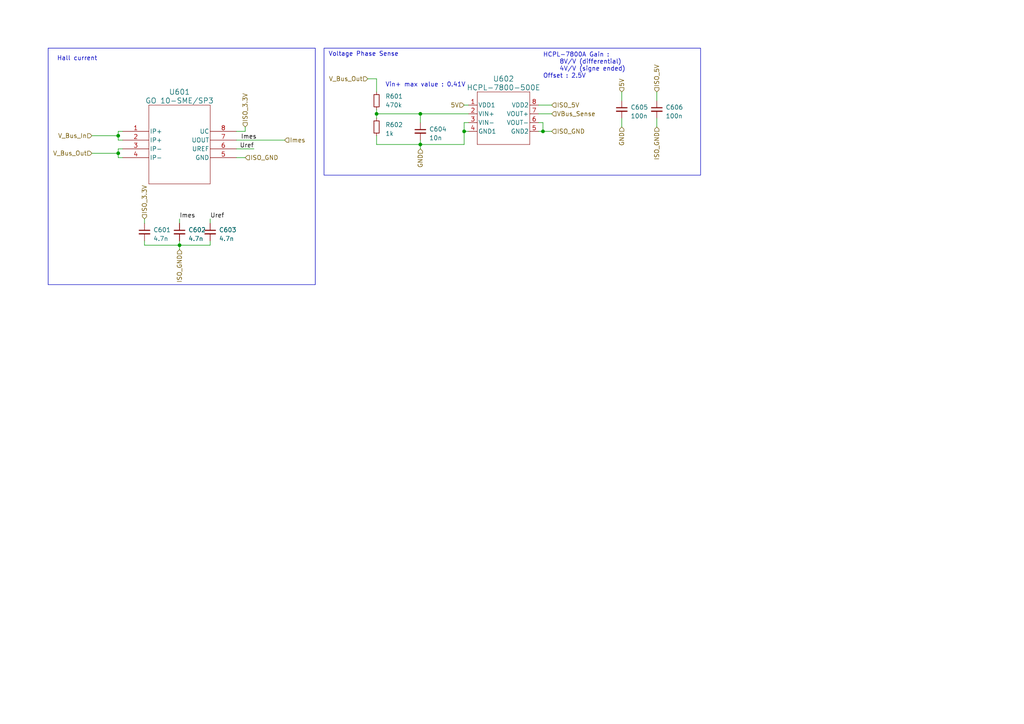
<source format=kicad_sch>
(kicad_sch (version 20250114) (generator "eeschema") (generator_version "9.0")
  (paper "A4")
  (title_block (title "AAP Inverter") (date "2023-05-01") (company "ENSEA"))
  (lib_symbols
    (symbol "Custom:GO_10-SME" (pin_names (offset 0.254))
      (property "Reference" "U" (at 7.62 -12.7 0))
      (property "Value" "GO 10-SME/SP3" (at 0 12.7 0))
      (symbol "GO_10-SME_0_1"
        (polyline (pts (xy -8.89 11.43) (xy -8.89 -11.43)) (stroke (width 0.127)))
        (polyline (pts (xy -8.89 -11.43) (xy 8.89 -11.43)) (stroke (width 0.127)))
        (polyline (pts (xy 8.89 11.43) (xy -8.89 11.43)) (stroke (width 0.127)))
        (polyline (pts (xy 8.89 -11.43) (xy 8.89 11.43)) (stroke (width 0.127)))
        (pin input line (at -16.51 3.81 0) (length 7.62) (name "IP+") (number "1"))
        (pin input line (at -16.51 1.27 0) (length 7.62) (name "IP+") (number "2"))
        (pin power_in line (at 16.51 3.81 180) (length 7.62) (name "UC") (number "8"))
        (pin output line (at 16.51 1.27 180) (length 7.62) (name "UOUT") (number "7"))
      )
      (symbol "GO_10-SME_1_1"
        (pin passive line (at -16.51 -1.27 0) (length 7.62) (name "IP-") (number "3"))
        (pin passive line (at -16.51 -3.81 0) (length 7.62) (name "IP-") (number "4"))
        (pin output line (at 16.51 -1.27 180) (length 7.62) (name "UREF") (number "6"))
        (pin power_in line (at 16.51 -3.81 180) (length 7.62) (name "GND") (number "5"))
      )
    )
    (symbol "Custom:HCPL-7800-500E" (pin_names (offset 0.254))
      (property "Reference" "U" (at 6.35 -8.89 0))
      (property "Value" "HCPL-7800-500E" (at 0 8.89 0))
      (symbol "HCPL-7800-500E_0_1"
        (polyline (pts (xy -7.62 7.62) (xy -7.62 -7.62)) (stroke (width 0.127)))
        (polyline (pts (xy -7.62 -7.62) (xy 7.62 -7.62)) (stroke (width 0.127)))
        (polyline (pts (xy 7.62 7.62) (xy -7.62 7.62)) (stroke (width 0.127)))
        (polyline (pts (xy 7.62 -7.62) (xy 7.62 7.62)) (stroke (width 0.127)))
      )
      (symbol "HCPL-7800-500E_1_1"
        (pin power_in line (at -10.16 3.81 0) (length 2.54) (name "VDD1") (number "1"))
        (pin input line (at -10.16 1.27 0) (length 2.54) (name "VIN+") (number "2"))
        (pin input line (at -10.16 -1.27 0) (length 2.54) (name "VIN-") (number "3"))
        (pin power_in line (at -10.16 -3.81 0) (length 2.54) (name "GND1") (number "4"))
        (pin power_in line (at 10.16 3.81 180) (length 2.54) (name "VDD2") (number "8"))
        (pin passive line (at 10.16 1.27 180) (length 2.54) (name "VOUT+") (number "7"))
        (pin passive line (at 10.16 -1.27 180) (length 2.54) (name "VOUT-") (number "6"))
        (pin power_in line (at 10.16 -3.81 180) (length 2.54) (name "GND2") (number "5"))
      )
    )
    (symbol "Device:C_Small" (pin_numbers (hide yes)) (pin_names (offset 0.254) (hide yes))
      (property "Reference" "C" (at 0.254 1.778 0))
      (property "Value" "C_Small" (at 0.254 -2.032 0))
      (symbol "C_Small_0_1"
        (polyline (pts (xy -1.524 0.508) (xy 1.524 0.508)) (stroke (width 0.3048)))
        (polyline (pts (xy -1.524 -0.508) (xy 1.524 -0.508)) (stroke (width 0.3302)))
      )
      (symbol "C_Small_1_1"
        (pin passive line (at 0 2.54 270) (length 2.032) (name "~") (number "1"))
        (pin passive line (at 0 -2.54 90) (length 2.032) (name "~") (number "2"))
      )
    )
    (symbol "Device:R_Small" (pin_numbers (hide yes)) (pin_names (offset 0.254) (hide yes))
      (property "Reference" "R" (at 0.762 0.508 0))
      (property "Value" "R_Small" (at 0.762 -1.016 0))
      (symbol "R_Small_0_1"
        (rectangle (start -0.762 1.778) (end 0.762 -1.778) (stroke (width 0.2032)))
      )
      (symbol "R_Small_1_1"
        (pin passive line (at 0 2.54 270) (length 0.762) (name "~") (number "1"))
        (pin passive line (at 0 -2.54 90) (length 0.762) (name "~") (number "2"))
      )
    )
  )
  (rectangle (start 93.98 13.97) (end 203.2 50.8))
  (text "HCPL-7800A Gain :\n	8V/V (differential)\n	4V/V (signe ended)\nOffset : 2.5V" (at 157.48 22.86 0) (effects (font (size 1.27 1.27)) (justify left bottom)))
  (text "Hall current" (at 16.51 17.78 0) (effects (font (size 1.27 1.27)) (justify left bottom)))
  (text "Vin+ max value : 0.41V" (at 111.76 25.4 0) (effects (font (size 1.27 1.27)) (justify left bottom)))
  (text "Voltage Phase Sense" (at 95.25 16.51 0) (effects (font (size 1.27 1.27)) (justify left bottom)))
  (junction (at 34.29 44.45))
  (junction (at 134.62 38.1))
  (junction (at 109.22 33.02))
  (junction (at 157.48 38.1))
  (junction (at 52.07 71.12))
  (junction (at 34.29 39.37))
  (junction (at 121.92 33.02))
  (junction (at 121.92 41.91))
  (wire (pts (xy 34.29 44.45) (xy 34.29 45.72)))
  (wire (pts (xy 109.22 22.86) (xy 109.22 26.67)))
  (wire (pts (xy 52.07 63.5) (xy 52.07 64.77)))
  (polyline (pts (xy 13.97 13.97) (xy 13.97 82.55)))
  (wire (pts (xy 109.22 39.37) (xy 109.22 41.91)))
  (wire (pts (xy 34.29 45.72) (xy 35.56 45.72)))
  (polyline (pts (xy 91.44 13.97) (xy 91.44 82.55)))
  (wire (pts (xy 60.96 63.5) (xy 60.96 64.77)))
  (wire (pts (xy 68.58 40.64) (xy 82.55 40.64)))
  (wire (pts (xy 121.92 33.02) (xy 135.89 33.02)))
  (wire (pts (xy 52.07 71.12) (xy 52.07 72.39)))
  (wire (pts (xy 60.96 69.85) (xy 60.96 71.12)))
  (wire (pts (xy 68.58 38.1) (xy 71.12 38.1)))
  (wire (pts (xy 121.92 41.91) (xy 121.92 43.18)))
  (wire (pts (xy 34.29 39.37) (xy 34.29 40.64)))
  (wire (pts (xy 190.5 26.67) (xy 190.5 29.21)))
  (wire (pts (xy 157.48 35.56) (xy 157.48 38.1)))
  (wire (pts (xy 121.92 41.91) (xy 134.62 41.91)))
  (wire (pts (xy 26.67 39.37) (xy 34.29 39.37)))
  (wire (pts (xy 156.21 35.56) (xy 157.48 35.56)))
  (wire (pts (xy 180.34 34.29) (xy 180.34 36.83)))
  (wire (pts (xy 156.21 38.1) (xy 157.48 38.1)))
  (wire (pts (xy 52.07 71.12) (xy 60.96 71.12)))
  (wire (pts (xy 26.67 44.45) (xy 34.29 44.45)))
  (wire (pts (xy 134.62 38.1) (xy 135.89 38.1)))
  (wire (pts (xy 109.22 31.75) (xy 109.22 33.02)))
  (wire (pts (xy 190.5 36.83) (xy 190.5 34.29)))
  (wire (pts (xy 180.34 26.67) (xy 180.34 29.21)))
  (wire (pts (xy 134.62 41.91) (xy 134.62 38.1)))
  (wire (pts (xy 160.02 30.48) (xy 156.21 30.48)))
  (wire (pts (xy 135.89 35.56) (xy 134.62 35.56)))
  (wire (pts (xy 41.91 69.85) (xy 41.91 71.12)))
  (polyline (pts (xy 13.97 13.97) (xy 91.44 13.97)))
  (wire (pts (xy 34.29 38.1) (xy 35.56 38.1)))
  (wire (pts (xy 41.91 63.5) (xy 41.91 64.77)))
  (wire (pts (xy 34.29 43.18) (xy 35.56 43.18)))
  (wire (pts (xy 135.89 30.48) (xy 134.62 30.48)))
  (wire (pts (xy 68.58 45.72) (xy 71.12 45.72)))
  (polyline (pts (xy 91.44 82.55) (xy 13.97 82.55)))
  (wire (pts (xy 34.29 44.45) (xy 34.29 43.18)))
  (wire (pts (xy 106.68 22.86) (xy 109.22 22.86)))
  (wire (pts (xy 121.92 40.64) (xy 121.92 41.91)))
  (wire (pts (xy 68.58 43.18) (xy 73.66 43.18)))
  (wire (pts (xy 109.22 33.02) (xy 109.22 34.29)))
  (wire (pts (xy 134.62 35.56) (xy 134.62 38.1)))
  (wire (pts (xy 35.56 40.64) (xy 34.29 40.64)))
  (wire (pts (xy 156.21 33.02) (xy 160.02 33.02)))
  (wire (pts (xy 109.22 41.91) (xy 121.92 41.91)))
  (wire (pts (xy 34.29 38.1) (xy 34.29 39.37)))
  (wire (pts (xy 157.48 38.1) (xy 160.02 38.1)))
  (wire (pts (xy 121.92 35.56) (xy 121.92 33.02)))
  (wire (pts (xy 52.07 69.85) (xy 52.07 71.12)))
  (wire (pts (xy 41.91 71.12) (xy 52.07 71.12)))
  (wire (pts (xy 71.12 38.1) (xy 71.12 36.83)))
  (wire (pts (xy 109.22 33.02) (xy 121.92 33.02)))
  (label "Imes" (at 69.85 40.64 0))
  (label "Uref" (at 60.96 63.5 0))
  (label "Imes" (at 52.07 63.5 0))
  (label "Uref" (at 73.66 43.18 180))
  (hierarchical_label "V_Bus_Out" (shape input) (at 106.68 22.86 180))
  (hierarchical_label "ISO_GND" (shape input) (at 190.5 36.83 270))
  (hierarchical_label "ISO_GND" (shape input) (at 52.07 72.39 270))
  (hierarchical_label "ISO_5V" (shape input) (at 160.02 30.48 0))
  (hierarchical_label "5V" (shape input) (at 180.34 26.67 90))
  (hierarchical_label "GND" (shape input) (at 180.34 36.83 270))
  (hierarchical_label "ISO_GND" (shape input) (at 71.12 45.72 0))
  (hierarchical_label "ISO_5V" (shape input) (at 190.5 26.67 90))
  (hierarchical_label "GND" (shape input) (at 121.92 43.18 270))
  (hierarchical_label "V_Bus_In" (shape input) (at 26.67 39.37 180))
  (hierarchical_label "ISO_3.3V" (shape input) (at 71.12 36.83 90))
  (hierarchical_label "5V" (shape input) (at 134.62 30.48 180))
  (hierarchical_label "ISO_GND" (shape input) (at 160.02 38.1 0))
  (hierarchical_label "ISO_3.3V" (shape input) (at 41.91 63.5 90))
  (hierarchical_label "VBus_Sense" (shape input) (at 160.02 33.02 0))
  (hierarchical_label "Imes" (shape input) (at 82.55 40.64 0))
  (hierarchical_label "V_Bus_Out" (shape input) (at 26.67 44.45 180))
  (symbol (lib_id "Device:C_Small") (at 121.92 38.1 0) (unit 1)
    (property "Reference" "C604" (at 124.46 37.4713 0) (effects (justify left)))
    (property "Value" "10n" (at 124.46 40.0113 0) (effects (justify left)))
    (property "Footprint" "Capacitor_SMD:C_0402_1005Metric" (effects (hide yes)))
    (property "Fournisseur" "Wurth" (effects (hide yes)))
    (property "MFR" "885 012 205 050" (effects (hide yes)))
  )
  (symbol (lib_id "Device:C_Small") (at 60.96 67.31 0) (unit 1)
    (property "Reference" "C603" (at 63.5 66.6813 0) (effects (justify left)))
    (property "Value" "4.7n" (at 63.5 69.2213 0) (effects (justify left)))
    (property "Footprint" "Capacitor_SMD:C_0402_1005Metric" (effects (hide yes)))
    (property "Fournisseur" "Wurth" (effects (hide yes)))
    (property "MFR" "885 012 205 048" (effects (hide yes)))
  )
  (symbol (lib_id "Device:R_Small") (at 109.22 29.21 0) (unit 1)
    (property "Reference" "R601" (at 111.76 27.94 0) (effects (justify left)))
    (property "Value" "470k" (at 111.76 30.48 0) (effects (justify left)))
    (property "Footprint" "Resistor_SMD:R_0402_1005Metric" (effects (hide yes)))
    (property "Fournisseur" "Stock" (effects (hide yes)))
  )
  (symbol (lib_id "Device:C_Small") (at 180.34 31.75 0) (unit 1)
    (property "Reference" "C605" (at 182.88 31.1213 0) (effects (justify left)))
    (property "Value" "100n" (at 182.88 33.6613 0) (effects (justify left)))
    (property "Footprint" "Capacitor_SMD:C_0402_1005Metric" (effects (hide yes)))
    (property "Fournisseur" "Wurth" (effects (hide yes)))
    (property "MFR" "885 012 105 018" (effects (hide yes)))
  )
  (symbol (lib_id "Device:R_Small") (at 109.22 36.83 0) (unit 1)
    (property "Reference" "R602" (at 111.76 36.195 0) (effects (justify left)))
    (property "Value" "1k" (at 111.76 38.735 0) (effects (justify left)))
    (property "Footprint" "Resistor_SMD:R_0402_1005Metric" (effects (hide yes)))
    (property "Fournisseur" "Farnell" (effects (hide yes)))
    (property "MFR" "MCWR04X1001FTL" (effects (hide yes)))
    (property "Ref" "2446437" (effects (hide yes)))
  )
  (symbol (lib_id "Device:C_Small") (at 52.07 67.31 0) (unit 1)
    (property "Reference" "C602" (at 54.61 66.6813 0) (effects (justify left)))
    (property "Value" "4.7n" (at 54.61 69.2213 0) (effects (justify left)))
    (property "Footprint" "Capacitor_SMD:C_0402_1005Metric" (effects (hide yes)))
    (property "Fournisseur" "Wurth" (effects (hide yes)))
    (property "MFR" "885 012 205 048" (effects (hide yes)))
  )
  (symbol (lib_id "Custom:GO_10-SME") (at 52.07 41.91 0) (unit 1)
    (property "Reference" "U601" (at 52.07 26.67 0) (effects (font (size 1.524 1.524))))
    (property "Value" "GO 10-SME/SP3" (at 52.07 29.21 0) (effects (font (size 1.524 1.524))))
    (property "Footprint" "Custom:SOIC8-GO-SME&slash_SP3_LEM" (effects (hide yes)))
    (property "Datasheet" "GO 10-SME" (effects (hide yes)))
    (property "MFR" "GO 10-SME/SP3" (effects (hide yes)))
    (property "Fournisseur" "Farnell" (effects (hide yes)))
    (property "Ref" "3796461" (effects (hide yes)))
  )
  (symbol (lib_id "Device:C_Small") (at 190.5 31.75 0) (unit 1)
    (property "Reference" "C606" (at 193.04 31.1213 0) (effects (justify left)))
    (property "Value" "100n" (at 193.04 33.6613 0) (effects (justify left)))
    (property "Footprint" "Capacitor_SMD:C_0402_1005Metric" (effects (hide yes)))
    (property "Fournisseur" "Wurth" (effects (hide yes)))
    (property "MFR" "885 012 105 018" (effects (hide yes)))
  )
  (symbol (lib_id "Device:C_Small") (at 41.91 67.31 0) (unit 1)
    (property "Reference" "C601" (at 44.45 66.6813 0) (effects (justify left)))
    (property "Value" "4.7n" (at 44.45 69.2213 0) (effects (justify left)))
    (property "Footprint" "Capacitor_SMD:C_0402_1005Metric" (effects (hide yes)))
    (property "Fournisseur" "Wurth" (effects (hide yes)))
    (property "MFR" "885 012 205 048" (effects (hide yes)))
  )
  (symbol (lib_id "Custom:HCPL-7800-500E") (at 146.05 34.29 0) (unit 1)
    (property "Reference" "U602" (at 146.05 22.86 0) (effects (font (size 1.524 1.524))))
    (property "Value" "HCPL-7800-500E" (at 146.05 25.4 0) (effects (font (size 1.524 1.524))))
    (property "Footprint" "Custom:DIP-8 Gull Wing" (effects (hide yes)))
    (property "Fournisseur" "RS" (effects (hide yes)))
    (property "MFR" "HCPL-7800A-500E" (effects (hide yes)))
    (property "Ref" "174-4179" (effects (hide yes)))
  )
)
</source>
